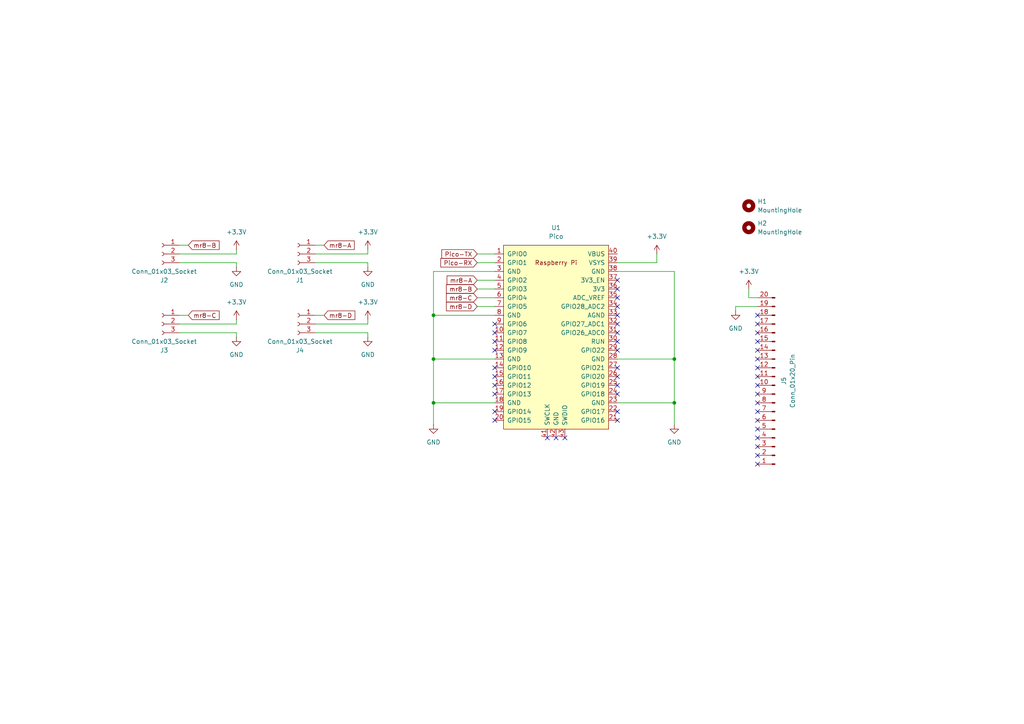
<source format=kicad_sch>
(kicad_sch (version 20231120) (generator "eeschema") (generator_version "8.0")
  (paper "A4")
  (lib_symbols
    (symbol "Connector:Conn_01x03_Socket" (pin_names (offset 1.016) hide)
      (property "Reference" "J" (at 0 5.08 0))
      (property "Value" "Conn_01x03_Socket" (at 0 -5.08 0))
      (symbol "Conn_01x03_Socket_1_1"
        (arc (start 0 -2.032) (mid -0.5058 -2.54) (end 0 -3.048) (stroke (width 0.1524)))
        (polyline (pts (xy -1.27 -2.54) (xy -0.508 -2.54)) (stroke (width 0.1524)))
        (polyline (pts (xy -1.27 0) (xy -0.508 0)) (stroke (width 0.1524)))
        (polyline (pts (xy -1.27 2.54) (xy -0.508 2.54)) (stroke (width 0.1524)))
        (arc (start 0 0.508) (mid -0.5058 0) (end 0 -0.508) (stroke (width 0.1524)))
        (arc (start 0 3.048) (mid -0.5058 2.54) (end 0 2.032) (stroke (width 0.1524)))
        (pin passive line (at -5.08 2.54 0) (length 3.81) (name "Pin_1") (number "1"))
        (pin passive line (at -5.08 0 0) (length 3.81) (name "Pin_2") (number "2"))
        (pin passive line (at -5.08 -2.54 0) (length 3.81) (name "Pin_3") (number "3"))
      )
    )
    (symbol "Connector:Conn_01x20_Pin" (pin_names (offset 1.016) hide)
      (property "Reference" "J" (at 0 25.4 0))
      (property "Value" "Conn_01x20_Pin" (at 0 -27.94 0))
      (symbol "Conn_01x20_Pin_1_1"
        (polyline (pts (xy 1.27 -25.4) (xy 0.8636 -25.4)) (stroke (width 0.1524)))
        (polyline (pts (xy 1.27 -22.86) (xy 0.8636 -22.86)) (stroke (width 0.1524)))
        (polyline (pts (xy 1.27 -20.32) (xy 0.8636 -20.32)) (stroke (width 0.1524)))
        (polyline (pts (xy 1.27 -17.78) (xy 0.8636 -17.78)) (stroke (width 0.1524)))
        (polyline (pts (xy 1.27 -15.24) (xy 0.8636 -15.24)) (stroke (width 0.1524)))
        (polyline (pts (xy 1.27 -12.7) (xy 0.8636 -12.7)) (stroke (width 0.1524)))
        (polyline (pts (xy 1.27 -10.16) (xy 0.8636 -10.16)) (stroke (width 0.1524)))
        (polyline (pts (xy 1.27 -7.62) (xy 0.8636 -7.62)) (stroke (width 0.1524)))
        (polyline (pts (xy 1.27 -5.08) (xy 0.8636 -5.08)) (stroke (width 0.1524)))
        (polyline (pts (xy 1.27 -2.54) (xy 0.8636 -2.54)) (stroke (width 0.1524)))
        (polyline (pts (xy 1.27 0) (xy 0.8636 0)) (stroke (width 0.1524)))
        (polyline (pts (xy 1.27 2.54) (xy 0.8636 2.54)) (stroke (width 0.1524)))
        (polyline (pts (xy 1.27 5.08) (xy 0.8636 5.08)) (stroke (width 0.1524)))
        (polyline (pts (xy 1.27 7.62) (xy 0.8636 7.62)) (stroke (width 0.1524)))
        (polyline (pts (xy 1.27 10.16) (xy 0.8636 10.16)) (stroke (width 0.1524)))
        (polyline (pts (xy 1.27 12.7) (xy 0.8636 12.7)) (stroke (width 0.1524)))
        (polyline (pts (xy 1.27 15.24) (xy 0.8636 15.24)) (stroke (width 0.1524)))
        (polyline (pts (xy 1.27 17.78) (xy 0.8636 17.78)) (stroke (width 0.1524)))
        (polyline (pts (xy 1.27 20.32) (xy 0.8636 20.32)) (stroke (width 0.1524)))
        (polyline (pts (xy 1.27 22.86) (xy 0.8636 22.86)) (stroke (width 0.1524)))
        (rectangle (start 0.8636 -25.273) (end 0 -25.527) (stroke (width 0.1524)) (fill (type outline)))
        (rectangle (start 0.8636 -22.733) (end 0 -22.987) (stroke (width 0.1524)) (fill (type outline)))
        (rectangle (start 0.8636 -20.193) (end 0 -20.447) (stroke (width 0.1524)) (fill (type outline)))
        (rectangle (start 0.8636 -17.653) (end 0 -17.907) (stroke (width 0.1524)) (fill (type outline)))
        (rectangle (start 0.8636 -15.113) (end 0 -15.367) (stroke (width 0.1524)) (fill (type outline)))
        (rectangle (start 0.8636 -12.573) (end 0 -12.827) (stroke (width 0.1524)) (fill (type outline)))
        (rectangle (start 0.8636 -10.033) (end 0 -10.287) (stroke (width 0.1524)) (fill (type outline)))
        (rectangle (start 0.8636 -7.493) (end 0 -7.747) (stroke (width 0.1524)) (fill (type outline)))
        (rectangle (start 0.8636 -4.953) (end 0 -5.207) (stroke (width 0.1524)) (fill (type outline)))
        (rectangle (start 0.8636 -2.413) (end 0 -2.667) (stroke (width 0.1524)) (fill (type outline)))
        (rectangle (start 0.8636 0.127) (end 0 -0.127) (stroke (width 0.1524)) (fill (type outline)))
        (rectangle (start 0.8636 2.667) (end 0 2.413) (stroke (width 0.1524)) (fill (type outline)))
        (rectangle (start 0.8636 5.207) (end 0 4.953) (stroke (width 0.1524)) (fill (type outline)))
        (rectangle (start 0.8636 7.747) (end 0 7.493) (stroke (width 0.1524)) (fill (type outline)))
        (rectangle (start 0.8636 10.287) (end 0 10.033) (stroke (width 0.1524)) (fill (type outline)))
        (rectangle (start 0.8636 12.827) (end 0 12.573) (stroke (width 0.1524)) (fill (type outline)))
        (rectangle (start 0.8636 15.367) (end 0 15.113) (stroke (width 0.1524)) (fill (type outline)))
        (rectangle (start 0.8636 17.907) (end 0 17.653) (stroke (width 0.1524)) (fill (type outline)))
        (rectangle (start 0.8636 20.447) (end 0 20.193) (stroke (width 0.1524)) (fill (type outline)))
        (rectangle (start 0.8636 22.987) (end 0 22.733) (stroke (width 0.1524)) (fill (type outline)))
        (pin passive line (at 5.08 22.86 180) (length 3.81) (name "Pin_1") (number "1"))
        (pin passive line (at 5.08 0 180) (length 3.81) (name "Pin_10") (number "10"))
        (pin passive line (at 5.08 -2.54 180) (length 3.81) (name "Pin_11") (number "11"))
        (pin passive line (at 5.08 -5.08 180) (length 3.81) (name "Pin_12") (number "12"))
        (pin passive line (at 5.08 -7.62 180) (length 3.81) (name "Pin_13") (number "13"))
        (pin passive line (at 5.08 -10.16 180) (length 3.81) (name "Pin_14") (number "14"))
        (pin passive line (at 5.08 -12.7 180) (length 3.81) (name "Pin_15") (number "15"))
        (pin passive line (at 5.08 -15.24 180) (length 3.81) (name "Pin_16") (number "16"))
        (pin passive line (at 5.08 -17.78 180) (length 3.81) (name "Pin_17") (number "17"))
        (pin passive line (at 5.08 -20.32 180) (length 3.81) (name "Pin_18") (number "18"))
        (pin passive line (at 5.08 -22.86 180) (length 3.81) (name "Pin_19") (number "19"))
        (pin passive line (at 5.08 20.32 180) (length 3.81) (name "Pin_2") (number "2"))
        (pin passive line (at 5.08 -25.4 180) (length 3.81) (name "Pin_20") (number "20"))
        (pin passive line (at 5.08 17.78 180) (length 3.81) (name "Pin_3") (number "3"))
        (pin passive line (at 5.08 15.24 180) (length 3.81) (name "Pin_4") (number "4"))
        (pin passive line (at 5.08 12.7 180) (length 3.81) (name "Pin_5") (number "5"))
        (pin passive line (at 5.08 10.16 180) (length 3.81) (name "Pin_6") (number "6"))
        (pin passive line (at 5.08 7.62 180) (length 3.81) (name "Pin_7") (number "7"))
        (pin passive line (at 5.08 5.08 180) (length 3.81) (name "Pin_8") (number "8"))
        (pin passive line (at 5.08 2.54 180) (length 3.81) (name "Pin_9") (number "9"))
      )
    )
    (symbol "MCU_RaspberryPi_and_Boards:Pico" (pin_names (offset 1.016))
      (property "Reference" "U" (at -13.97 27.94 0))
      (property "Value" "Pico" (at 0 19.05 0))
      (symbol "Pico_0_0"
        (text "Raspberry Pi" (at 0 21.59 0) (effects (font (size 1.27 1.27))))
      )
      (symbol "Pico_0_1"
        (rectangle (start -15.24 26.67) (end 15.24 -26.67) (fill (type background)))
      )
      (symbol "Pico_1_1"
        (pin bidirectional line (at -17.78 24.13 0) (length 2.54) (name "GPIO0") (number "1"))
        (pin bidirectional line (at -17.78 1.27 0) (length 2.54) (name "GPIO7") (number "10"))
        (pin bidirectional line (at -17.78 -1.27 0) (length 2.54) (name "GPIO8") (number "11"))
        (pin bidirectional line (at -17.78 -3.81 0) (length 2.54) (name "GPIO9") (number "12"))
        (pin power_in line (at -17.78 -6.35 0) (length 2.54) (name "GND") (number "13"))
        (pin bidirectional line (at -17.78 -8.89 0) (length 2.54) (name "GPIO10") (number "14"))
        (pin bidirectional line (at -17.78 -11.43 0) (length 2.54) (name "GPIO11") (number "15"))
        (pin bidirectional line (at -17.78 -13.97 0) (length 2.54) (name "GPIO12") (number "16"))
        (pin bidirectional line (at -17.78 -16.51 0) (length 2.54) (name "GPIO13") (number "17"))
        (pin power_in line (at -17.78 -19.05 0) (length 2.54) (name "GND") (number "18"))
        (pin bidirectional line (at -17.78 -21.59 0) (length 2.54) (name "GPIO14") (number "19"))
        (pin bidirectional line (at -17.78 21.59 0) (length 2.54) (name "GPIO1") (number "2"))
        (pin bidirectional line (at -17.78 -24.13 0) (length 2.54) (name "GPIO15") (number "20"))
        (pin bidirectional line (at 17.78 -24.13 180) (length 2.54) (name "GPIO16") (number "21"))
        (pin bidirectional line (at 17.78 -21.59 180) (length 2.54) (name "GPIO17") (number "22"))
        (pin power_in line (at 17.78 -19.05 180) (length 2.54) (name "GND") (number "23"))
        (pin bidirectional line (at 17.78 -16.51 180) (length 2.54) (name "GPIO18") (number "24"))
        (pin bidirectional line (at 17.78 -13.97 180) (length 2.54) (name "GPIO19") (number "25"))
        (pin bidirectional line (at 17.78 -11.43 180) (length 2.54) (name "GPIO20") (number "26"))
        (pin bidirectional line (at 17.78 -8.89 180) (length 2.54) (name "GPIO21") (number "27"))
        (pin power_in line (at 17.78 -6.35 180) (length 2.54) (name "GND") (number "28"))
        (pin bidirectional line (at 17.78 -3.81 180) (length 2.54) (name "GPIO22") (number "29"))
        (pin power_in line (at -17.78 19.05 0) (length 2.54) (name "GND") (number "3"))
        (pin input line (at 17.78 -1.27 180) (length 2.54) (name "RUN") (number "30"))
        (pin bidirectional line (at 17.78 1.27 180) (length 2.54) (name "GPIO26_ADC0") (number "31"))
        (pin bidirectional line (at 17.78 3.81 180) (length 2.54) (name "GPIO27_ADC1") (number "32"))
        (pin power_in line (at 17.78 6.35 180) (length 2.54) (name "AGND") (number "33"))
        (pin bidirectional line (at 17.78 8.89 180) (length 2.54) (name "GPIO28_ADC2") (number "34"))
        (pin unspecified line (at 17.78 11.43 180) (length 2.54) (name "ADC_VREF") (number "35"))
        (pin unspecified line (at 17.78 13.97 180) (length 2.54) (name "3V3") (number "36"))
        (pin input line (at 17.78 16.51 180) (length 2.54) (name "3V3_EN") (number "37"))
        (pin bidirectional line (at 17.78 19.05 180) (length 2.54) (name "GND") (number "38"))
        (pin unspecified line (at 17.78 21.59 180) (length 2.54) (name "VSYS") (number "39"))
        (pin bidirectional line (at -17.78 16.51 0) (length 2.54) (name "GPIO2") (number "4"))
        (pin unspecified line (at 17.78 24.13 180) (length 2.54) (name "VBUS") (number "40"))
        (pin input line (at -2.54 -29.21 90) (length 2.54) (name "SWCLK") (number "41"))
        (pin power_in line (at 0 -29.21 90) (length 2.54) (name "GND") (number "42"))
        (pin bidirectional line (at 2.54 -29.21 90) (length 2.54) (name "SWDIO") (number "43"))
        (pin bidirectional line (at -17.78 13.97 0) (length 2.54) (name "GPIO3") (number "5"))
        (pin bidirectional line (at -17.78 11.43 0) (length 2.54) (name "GPIO4") (number "6"))
        (pin bidirectional line (at -17.78 8.89 0) (length 2.54) (name "GPIO5") (number "7"))
        (pin power_in line (at -17.78 6.35 0) (length 2.54) (name "GND") (number "8"))
        (pin bidirectional line (at -17.78 3.81 0) (length 2.54) (name "GPIO6") (number "9"))
      )
    )
    (symbol "Mechanical:MountingHole" (pin_names (offset 1.016)) (exclude_from_sim yes) (in_bom no)
      (property "Reference" "H" (at 0 5.08 0))
      (property "Value" "MountingHole" (at 0 3.175 0))
      (symbol "MountingHole_0_1"
        (circle (center 0 0) (radius 1.27) (stroke (width 1.27)))
      )
    )
    (symbol "power:+3.3V" (power) (pin_numbers hide) (pin_names (offset 0) hide)
      (property "Value" "+3.3V" (at 0 3.556 0))
      (symbol "+3.3V_0_1"
        (polyline (pts (xy -0.762 1.27) (xy 0 2.54)))
        (polyline (pts (xy 0 0) (xy 0 2.54)))
        (polyline (pts (xy 0 2.54) (xy 0.762 1.27)))
      )
      (symbol "+3.3V_1_1"
        (pin power_in line (at 0 0 90) (length 0) (name "~") (number "1"))
      )
    )
    (symbol "power:GND" (power) (pin_numbers hide) (pin_names (offset 0) hide)
      (property "Value" "GND" (at 0 -3.81 0))
      (symbol "GND_0_1"
        (polyline (pts (xy 0 0) (xy 0 -1.27) (xy 1.27 -1.27) (xy 0 -2.54) (xy -1.27 -1.27) (xy 0 -1.27)))
      )
      (symbol "GND_1_1"
        (pin power_in line (at 0 0 270) (length 0) (name "~") (number "1"))
      )
    )
  )
  (junction (at 195.58 104.14))
  (junction (at 125.73 104.14))
  (junction (at 125.73 91.44))
  (junction (at 195.58 116.84))
  (junction (at 125.73 116.84))
  (no_connect (at 219.71 99.06))
  (no_connect (at 143.51 121.92))
  (no_connect (at 179.07 106.68))
  (no_connect (at 219.71 121.92))
  (no_connect (at 219.71 93.98))
  (no_connect (at 143.51 114.3))
  (no_connect (at 163.83 127))
  (no_connect (at 179.07 96.52))
  (no_connect (at 219.71 132.08))
  (no_connect (at 179.07 109.22))
  (no_connect (at 179.07 121.92))
  (no_connect (at 143.51 109.22))
  (no_connect (at 219.71 96.52))
  (no_connect (at 179.07 99.06))
  (no_connect (at 219.71 114.3))
  (no_connect (at 179.07 81.28))
  (no_connect (at 219.71 111.76))
  (no_connect (at 179.07 114.3))
  (no_connect (at 161.29 127))
  (no_connect (at 143.51 96.52))
  (no_connect (at 143.51 111.76))
  (no_connect (at 219.71 104.14))
  (no_connect (at 179.07 86.36))
  (no_connect (at 143.51 99.06))
  (no_connect (at 179.07 91.44))
  (no_connect (at 143.51 93.98))
  (no_connect (at 219.71 119.38))
  (no_connect (at 219.71 101.6))
  (no_connect (at 179.07 101.6))
  (no_connect (at 179.07 119.38))
  (no_connect (at 219.71 124.46))
  (no_connect (at 219.71 127))
  (no_connect (at 219.71 91.44))
  (no_connect (at 143.51 101.6))
  (no_connect (at 219.71 134.62))
  (no_connect (at 179.07 93.98))
  (no_connect (at 219.71 116.84))
  (no_connect (at 219.71 129.54))
  (no_connect (at 143.51 119.38))
  (no_connect (at 219.71 106.68))
  (no_connect (at 179.07 83.82))
  (no_connect (at 143.51 106.68))
  (no_connect (at 219.71 109.22))
  (no_connect (at 179.07 88.9))
  (no_connect (at 158.75 127))
  (no_connect (at 179.07 111.76))
  (wire (pts (xy 106.68 76.2) (xy 106.68 77.47)))
  (wire (pts (xy 91.44 76.2) (xy 106.68 76.2)))
  (wire (pts (xy 138.43 81.28) (xy 143.51 81.28)))
  (wire (pts (xy 52.07 91.44) (xy 54.61 91.44)))
  (wire (pts (xy 138.43 76.2) (xy 143.51 76.2)))
  (wire (pts (xy 68.58 93.98) (xy 68.58 92.71)))
  (wire (pts (xy 179.07 104.14) (xy 195.58 104.14)))
  (wire (pts (xy 138.43 83.82) (xy 143.51 83.82)))
  (wire (pts (xy 125.73 116.84) (xy 125.73 104.14)))
  (wire (pts (xy 217.17 86.36) (xy 217.17 83.82)))
  (wire (pts (xy 106.68 73.66) (xy 106.68 72.39)))
  (wire (pts (xy 68.58 73.66) (xy 68.58 72.39)))
  (wire (pts (xy 106.68 96.52) (xy 106.68 97.79)))
  (wire (pts (xy 125.73 104.14) (xy 125.73 91.44)))
  (wire (pts (xy 179.07 116.84) (xy 195.58 116.84)))
  (wire (pts (xy 106.68 93.98) (xy 106.68 92.71)))
  (wire (pts (xy 195.58 116.84) (xy 195.58 123.19)))
  (wire (pts (xy 213.36 88.9) (xy 213.36 90.17)))
  (wire (pts (xy 52.07 73.66) (xy 68.58 73.66)))
  (wire (pts (xy 91.44 91.44) (xy 93.98 91.44)))
  (wire (pts (xy 219.71 88.9) (xy 213.36 88.9)))
  (wire (pts (xy 91.44 96.52) (xy 106.68 96.52)))
  (wire (pts (xy 91.44 73.66) (xy 106.68 73.66)))
  (wire (pts (xy 195.58 104.14) (xy 195.58 116.84)))
  (wire (pts (xy 52.07 96.52) (xy 68.58 96.52)))
  (wire (pts (xy 125.73 78.74) (xy 143.51 78.74)))
  (wire (pts (xy 179.07 78.74) (xy 195.58 78.74)))
  (wire (pts (xy 138.43 86.36) (xy 143.51 86.36)))
  (wire (pts (xy 195.58 78.74) (xy 195.58 104.14)))
  (wire (pts (xy 125.73 104.14) (xy 143.51 104.14)))
  (wire (pts (xy 91.44 93.98) (xy 106.68 93.98)))
  (wire (pts (xy 125.73 91.44) (xy 143.51 91.44)))
  (wire (pts (xy 91.44 71.12) (xy 93.98 71.12)))
  (wire (pts (xy 179.07 76.2) (xy 190.5 76.2)))
  (wire (pts (xy 138.43 73.66) (xy 143.51 73.66)))
  (wire (pts (xy 125.73 123.19) (xy 125.73 116.84)))
  (wire (pts (xy 190.5 76.2) (xy 190.5 73.66)))
  (wire (pts (xy 68.58 96.52) (xy 68.58 97.79)))
  (wire (pts (xy 52.07 71.12) (xy 54.61 71.12)))
  (wire (pts (xy 219.71 86.36) (xy 217.17 86.36)))
  (wire (pts (xy 125.73 91.44) (xy 125.73 78.74)))
  (wire (pts (xy 138.43 88.9) (xy 143.51 88.9)))
  (wire (pts (xy 52.07 93.98) (xy 68.58 93.98)))
  (wire (pts (xy 52.07 76.2) (xy 68.58 76.2)))
  (wire (pts (xy 68.58 76.2) (xy 68.58 77.47)))
  (wire (pts (xy 125.73 116.84) (xy 143.51 116.84)))
  (global_label "mr8-C" (shape input) (at 138.43 86.36 180) (property "Intersheetrefs" "${INTERSHEET_REFS}" (effects (hide yes))))
  (global_label "mr8-B" (shape input) (at 54.61 71.12 0) (property "Intersheetrefs" "${INTERSHEET_REFS}" (effects (hide yes))))
  (global_label "mr8-D" (shape input) (at 138.43 88.9 180) (property "Intersheetrefs" "${INTERSHEET_REFS}" (effects (hide yes))))
  (global_label "mr8-D" (shape input) (at 93.98 91.44 0) (property "Intersheetrefs" "${INTERSHEET_REFS}" (effects (hide yes))))
  (global_label "mr8-C" (shape input) (at 54.61 91.44 0) (property "Intersheetrefs" "${INTERSHEET_REFS}" (effects (hide yes))))
  (global_label "Pico-RX" (shape input) (at 138.43 76.2 180) (property "Intersheetrefs" "${INTERSHEET_REFS}" (effects (hide yes))))
  (global_label "mr8-B" (shape input) (at 138.43 83.82 180) (property "Intersheetrefs" "${INTERSHEET_REFS}" (effects (hide yes))))
  (global_label "mr8-A" (shape input) (at 93.98 71.12 0) (property "Intersheetrefs" "${INTERSHEET_REFS}" (effects (hide yes))))
  (global_label "mr8-A" (shape input) (at 138.43 81.28 180) (property "Intersheetrefs" "${INTERSHEET_REFS}" (effects (hide yes))))
  (global_label "Pico-TX" (shape input) (at 138.43 73.66 180) (property "Intersheetrefs" "${INTERSHEET_REFS}" (effects (hide yes))))
  (symbol (lib_id "power:+3.3V") (at 106.68 72.39 0) (unit 1)
    (property "Reference" "#PWR04" (effects (hide yes)))
    (property "Value" "+3.3V" (at 106.68 67.31 0))
    (property "Description" "Power symbol creates a global label with name \"+3.3V\"" (effects (hide yes)))
  )
  (symbol (lib_id "Connector:Conn_01x03_Socket") (at 46.99 73.66 0) (mirror y) (unit 1)
    (property "Reference" "J2" (at 47.625 81.28 0))
    (property "Value" "Conn_01x03_Socket" (at 47.625 78.74 0))
    (property "Footprint" "Connector_JST:JST_XH_B3B-XH-A_1x03_P2.50mm_Vertical" (effects (hide yes)))
    (property "Description" "Generic connector, single row, 01x03, script generated" (effects (hide yes)))
  )
  (symbol (lib_id "power:+3.3V") (at 68.58 92.71 0) (unit 1)
    (property "Reference" "#PWR02" (effects (hide yes)))
    (property "Value" "+3.3V" (at 68.58 87.63 0))
    (property "Description" "Power symbol creates a global label with name \"+3.3V\"" (effects (hide yes)))
  )
  (symbol (lib_id "power:+3.3V") (at 217.17 83.82 0) (unit 1)
    (property "Reference" "#PWR012" (effects (hide yes)))
    (property "Value" "+3.3V" (at 217.17 78.74 0))
    (property "Description" "Power symbol creates a global label with name \"+3.3V\"" (effects (hide yes)))
  )
  (symbol (lib_id "power:+3.3V") (at 190.5 73.66 0) (unit 1)
    (property "Reference" "#PWR01" (effects (hide yes)))
    (property "Value" "+3.3V" (at 190.5 68.58 0))
    (property "Description" "Power symbol creates a global label with name \"+3.3V\"" (effects (hide yes)))
  )
  (symbol (lib_id "Mechanical:MountingHole") (at 217.17 66.04 0) (unit 1) (exclude_from_sim yes) (in_bom no)
    (property "Reference" "H2" (at 219.71 64.7699 0) (effects (justify left)))
    (property "Value" "MountingHole" (at 219.71 67.3099 0) (effects (justify left)))
    (property "Footprint" "MountingHole:MountingHole_3.2mm_M3" (effects (hide yes)))
    (property "Description" "Mounting Hole without connection" (effects (hide yes)))
  )
  (symbol (lib_id "Connector:Conn_01x03_Socket") (at 86.36 73.66 0) (mirror y) (unit 1)
    (property "Reference" "J1" (at 86.995 81.28 0))
    (property "Value" "Conn_01x03_Socket" (at 86.995 78.74 0))
    (property "Footprint" "Connector_JST:JST_XH_B3B-XH-A_1x03_P2.50mm_Vertical" (effects (hide yes)))
    (property "Description" "Generic connector, single row, 01x03, script generated" (effects (hide yes)))
  )
  (symbol (lib_id "Connector:Conn_01x20_Pin") (at 224.79 111.76 180) (unit 1)
    (property "Reference" "J5" (at 227.33 110.49 90))
    (property "Value" "Conn_01x20_Pin" (at 229.87 110.49 90))
    (property "Footprint" "Connector_PinHeader_2.54mm:PinHeader_1x20_P2.54mm_Vertical" (effects (hide yes)))
    (property "Description" "Generic connector, single row, 01x20, script generated" (effects (hide yes)))
  )
  (symbol (lib_id "power:GND") (at 68.58 77.47 0) (unit 1)
    (property "Reference" "#PWR05" (effects (hide yes)))
    (property "Value" "GND" (at 68.58 82.55 0))
    (property "Description" "Power symbol creates a global label with name \"GND\" , ground" (effects (hide yes)))
  )
  (symbol (lib_id "power:+3.3V") (at 106.68 92.71 0) (unit 1)
    (property "Reference" "#PWR010" (effects (hide yes)))
    (property "Value" "+3.3V" (at 106.68 87.63 0))
    (property "Description" "Power symbol creates a global label with name \"+3.3V\"" (effects (hide yes)))
  )
  (symbol (lib_id "power:GND") (at 68.58 97.79 0) (unit 1)
    (property "Reference" "#PWR09" (effects (hide yes)))
    (property "Value" "GND" (at 68.58 102.87 0))
    (property "Description" "Power symbol creates a global label with name \"GND\" , ground" (effects (hide yes)))
  )
  (symbol (lib_id "power:GND") (at 106.68 77.47 0) (unit 1)
    (property "Reference" "#PWR06" (effects (hide yes)))
    (property "Value" "GND" (at 106.68 82.55 0))
    (property "Description" "Power symbol creates a global label with name \"GND\" , ground" (effects (hide yes)))
  )
  (symbol (lib_id "power:+3.3V") (at 68.58 72.39 0) (unit 1)
    (property "Reference" "#PWR03" (effects (hide yes)))
    (property "Value" "+3.3V" (at 68.58 67.31 0))
    (property "Description" "Power symbol creates a global label with name \"+3.3V\"" (effects (hide yes)))
  )
  (symbol (lib_id "MCU_RaspberryPi_and_Boards:Pico") (at 161.29 97.79 0) (unit 1)
    (property "Reference" "U1" (at 161.29 66.04 0))
    (property "Value" "Pico" (at 161.29 68.58 0))
    (property "Footprint" "RP_Silicon_KiCad:RPi_Pico_SMD_TH" (effects (hide yes)))
  )
  (symbol (lib_id "power:GND") (at 213.36 90.17 0) (unit 1)
    (property "Reference" "#PWR013" (effects (hide yes)))
    (property "Value" "GND" (at 213.36 95.25 0))
    (property "Description" "Power symbol creates a global label with name \"GND\" , ground" (effects (hide yes)))
  )
  (symbol (lib_id "power:GND") (at 125.73 123.19 0) (unit 1)
    (property "Reference" "#PWR07" (effects (hide yes)))
    (property "Value" "GND" (at 125.73 128.27 0))
    (property "Description" "Power symbol creates a global label with name \"GND\" , ground" (effects (hide yes)))
  )
  (symbol (lib_id "power:GND") (at 195.58 123.19 0) (unit 1)
    (property "Reference" "#PWR08" (effects (hide yes)))
    (property "Value" "GND" (at 195.58 128.27 0))
    (property "Description" "Power symbol creates a global label with name \"GND\" , ground" (effects (hide yes)))
  )
  (symbol (lib_id "Connector:Conn_01x03_Socket") (at 86.36 93.98 0) (mirror y) (unit 1)
    (property "Reference" "J4" (at 86.995 101.6 0))
    (property "Value" "Conn_01x03_Socket" (at 86.995 99.06 0))
    (property "Footprint" "Connector_JST:JST_XH_B3B-XH-A_1x03_P2.50mm_Vertical" (effects (hide yes)))
    (property "Description" "Generic connector, single row, 01x03, script generated" (effects (hide yes)))
  )
  (symbol (lib_id "power:GND") (at 106.68 97.79 0) (unit 1)
    (property "Reference" "#PWR011" (effects (hide yes)))
    (property "Value" "GND" (at 106.68 102.87 0))
    (property "Description" "Power symbol creates a global label with name \"GND\" , ground" (effects (hide yes)))
  )
  (symbol (lib_id "Mechanical:MountingHole") (at 217.17 59.69 0) (unit 1) (exclude_from_sim yes) (in_bom no)
    (property "Reference" "H1" (at 219.71 58.4199 0) (effects (justify left)))
    (property "Value" "MountingHole" (at 219.71 60.9599 0) (effects (justify left)))
    (property "Footprint" "MountingHole:MountingHole_3.2mm_M3" (effects (hide yes)))
    (property "Description" "Mounting Hole without connection" (effects (hide yes)))
  )
  (symbol (lib_id "Connector:Conn_01x03_Socket") (at 46.99 93.98 0) (mirror y) (unit 1)
    (property "Reference" "J3" (at 47.625 101.6 0))
    (property "Value" "Conn_01x03_Socket" (at 47.625 99.06 0))
    (property "Footprint" "Connector_JST:JST_XH_B3B-XH-A_1x03_P2.50mm_Vertical" (effects (hide yes)))
    (property "Description" "Generic connector, single row, 01x03, script generated" (effects (hide yes)))
  )
)
</source>
